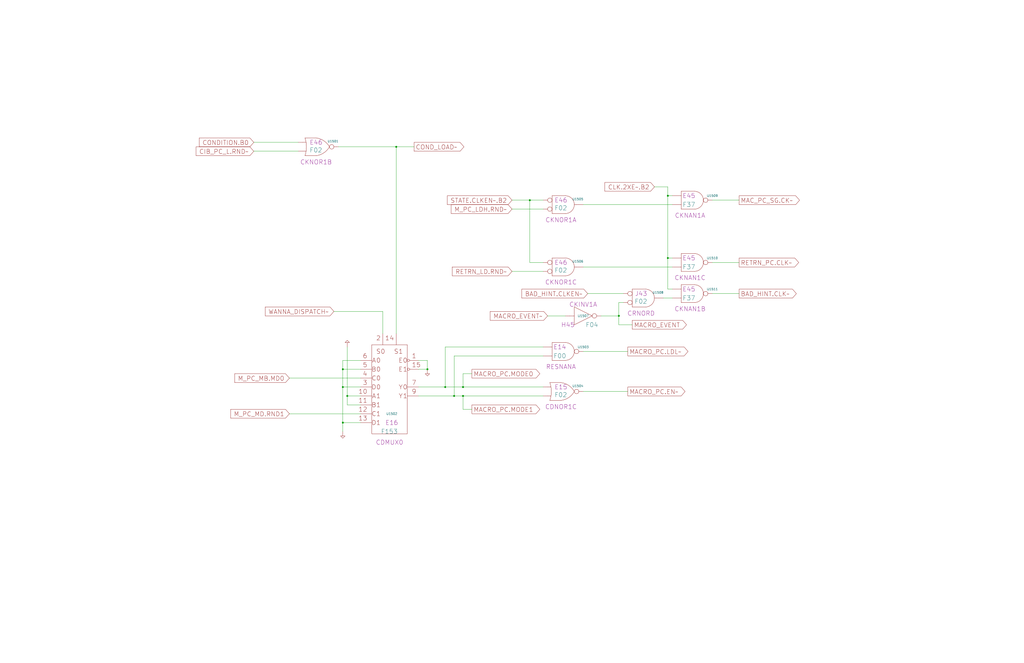
<source format=kicad_sch>
(kicad_sch (version 20211123) (generator eeschema)
  (paper "User" 584.2 378.46)
  (title_block (title "CODE REGISTER CONTROL") (date "22-MAY-90") (rev "1.0") (comment 1 "SEQUENCER") (comment 2 "232-003064") (comment 3 "S400") (comment 4 "RELEASED"))
  (lib_symbols
    (symbol "r1000:F00" (pin_numbers hide) (pin_names hide)
      (property "Reference" "U" (at 15.24 0 0))
      (property "Value" "F00" (at 1.905 -5.08 0))
      (property "Location" "___" (at 1.905 0 0))
      (property "Name" "______" (at 2.54 -12.7 0))
      (symbol "F00_0_1"
        (polyline (pts (xy -2.54 -7.62) (xy 5.08 -7.62)) (stroke (width 0.1524)))
        (polyline (pts (xy -2.54 2.54) (xy -2.54 -7.62)) (stroke (width 0.1524)))
        (polyline (pts (xy -2.54 2.54) (xy 5.08 2.54)) (stroke (width 0.1524)))
        (arc (start 5.08 -7.62) (mid 10.1282 -2.54) (end 5.08 2.54) (stroke (width 0.1524)))
        (circle (center 11.43 -2.54) (radius 1.27) (stroke (width 0.1524)))
      )
      (symbol "F00_0_2"
        (circle (center -3.81 -5.08) (radius 1.27) (stroke (width 0.1524)))
        (circle (center -3.81 0) (radius 1.27) (stroke (width 0.1524)))
        (arc (start -3.175 -7.62) (mid -2.134 -2.54) (end -3.175 2.54) (stroke (width 0.1524)))
        (polyline (pts (xy -3.175 -7.62) (xy 3.81 -7.62)) (stroke (width 0.1524)))
        (polyline (pts (xy -3.175 2.54) (xy 3.81 2.54)) (stroke (width 0.1524)))
        (arc (start 3.81 -7.62) (mid 7.5855 -5.8306) (end 10.16 -2.54) (stroke (width 0.1524)))
        (arc (start 10.16 -2.54) (mid 7.5827 0.7471) (end 3.81 2.54) (stroke (width 0.1524)))
      )
      (symbol "F00_1_1"
        (pin input line (at -7.62 0 0) (length 5.08) (name "D0") (number "1"))
        (pin input line (at -7.62 -5.08 0) (length 5.08) (name "D1") (number "2"))
        (pin output line (at 15.24 -2.54 180) (length 2.54) (name "Q") (number "3"))
      )
      (symbol "F00_1_2"
        (pin input line (at -7.62 0 0) (length 2.54) (name "D0") (number "1"))
        (pin input line (at -7.62 -5.08 0) (length 2.54) (name "D1") (number "2"))
        (pin output line (at 15.24 -2.54 180) (length 5.08) (name "Q") (number "3"))
      )
    )
    (symbol "r1000:F02" (pin_numbers hide) (pin_names hide)
      (property "Reference" "U" (at 12.16 0.635 0))
      (property "Value" "F02" (at -1.27 -4.445 0))
      (property "Location" "___" (at 2.54 0 0))
      (property "Name" "______" (at 2.54 -12.7 0))
      (symbol "F02_0_1"
        (arc (start -3.81 -7.62) (mid -2.9847 -2.54) (end -3.81 2.54) (stroke (width 0.1524)))
        (polyline (pts (xy -5.08 -5.08) (xy -3.175 -5.08)) (stroke (width 0.1524)))
        (polyline (pts (xy -5.08 0) (xy -3.175 0)) (stroke (width 0.1524)))
        (polyline (pts (xy -3.81 -7.62) (xy 2.54 -7.62)) (stroke (width 0.1524)))
        (polyline (pts (xy -3.81 2.54) (xy 2.54 2.54)) (stroke (width 0.1524)))
        (polyline (pts (xy 13.97 -2.54) (xy 12.7 -2.54)) (stroke (width 0.1524)))
        (arc (start 2.54 -7.62) (mid 6.9515 -5.9823) (end 10.16 -2.54) (stroke (width 0.1524)))
        (arc (start 10.16 -2.54) (mid 6.9478 0.8966) (end 2.54 2.54) (stroke (width 0.1524)))
        (circle (center 11.43 -2.54) (radius 1.27) (stroke (width 0.1524)))
      )
      (symbol "F02_0_2"
        (circle (center -3.81 -5.08) (radius 1.27) (stroke (width 0.1524)))
        (circle (center -3.81 0) (radius 1.27) (stroke (width 0.1524)))
        (polyline (pts (xy -2.54 -7.62) (xy 5.08 -7.62)) (stroke (width 0.1524)))
        (polyline (pts (xy -2.54 2.54) (xy -2.54 -7.62)) (stroke (width 0.1524)))
        (polyline (pts (xy -2.54 2.54) (xy 5.08 2.54)) (stroke (width 0.1524)))
        (polyline (pts (xy 11.43 -2.54) (xy 10.16 -2.54)) (stroke (width 0.1524)))
        (polyline (pts (xy 11.43 -2.54) (xy 12.7 -2.54)) (stroke (width 0.1524)))
        (arc (start 5.08 -7.62) (mid 10.1282 -2.54) (end 5.08 2.54) (stroke (width 0.1524)))
      )
      (symbol "F02_1_1"
        (pin input line (at -7.62 0 0) (length 2.54) (name "D0") (number "1"))
        (pin input line (at -7.62 -5.08 0) (length 2.54) (name "D1") (number "2"))
        (pin output line (at 15.24 -2.54 180) (length 1.27) (name "Q") (number "3"))
      )
      (symbol "F02_1_2"
        (pin input line (at -7.62 0 0) (length 2.54) (name "D0") (number "1"))
        (pin input line (at -7.62 -5.08 0) (length 2.54) (name "D1") (number "2"))
        (pin output line (at 15.24 -2.54 180) (length 2.54) (name "Q") (number "3"))
      )
    )
    (symbol "r1000:F04" (pin_numbers hide) (pin_names hide)
      (property "Reference" "U" (at 0 0 0))
      (property "Value" "F04" (at 1.27 -5.08 0))
      (property "Location" "___" (at -12.7 -5.08 0))
      (property "Name" "______" (at 0 5.08 0))
      (symbol "F04_0_1"
        (polyline (pts (xy -7.62 0) (xy -5.08 0)) (stroke (width 0.1524)))
        (polyline (pts (xy -5.08 5.08) (xy -5.08 -5.08)) (stroke (width 0.1524)))
        (polyline (pts (xy 5.08 0) (xy -5.08 -5.08)) (stroke (width 0.1524)))
        (polyline (pts (xy 5.08 0) (xy -5.08 5.08)) (stroke (width 0.1524)))
        (circle (center 6.35 0) (radius 1.27) (stroke (width 0.1524)))
      )
      (symbol "F04_1_1"
        (pin input line (at -10.16 0 0) (length 2.54) (name "D") (number "1"))
        (pin output line (at 10.16 0 180) (length 2.54) (name "Q") (number "2"))
      )
    )
    (symbol "r1000:F153" (pin_numbers hide) (pin_names (offset 1.016) hide)
      (property "Reference" "U" (at 2.54 5.08 0))
      (property "Value" "F153" (at -3.81 -5.08 0))
      (property "Location" "___" (at -1.27 0 0))
      (property "Name" "______" (at 1.27 -12.7 0))
      (symbol "F153_1_1"
        (rectangle (start -8.89 44.45) (end 11.43 -6.35))
        (circle (center 12.065 30.48) (radius 0.635))
        (circle (center 12.065 35.56) (radius 0.635))
        (text "0" (at -12.7 17.78 0) (effects (font (size 2.54 2.54))))
        (text "0" (at -5.08 20.32 0) (effects (font (size 2.54 2.54))))
        (text "0" (at -5.08 25.4 0) (effects (font (size 2.54 2.54))))
        (text "0" (at -5.08 30.48 0) (effects (font (size 2.54 2.54))))
        (text "0" (at -5.08 35.56 0) (effects (font (size 2.54 2.54))))
        (text "0" (at -2.54 40.64 0) (effects (font (size 2.54 2.54))))
        (text "0" (at 10.16 20.32 0) (effects (font (size 2.54 2.54))))
        (text "0" (at 10.16 35.56 0) (effects (font (size 2.54 2.54))))
        (text "1" (at -15.24 2.54 0) (effects (font (size 2.54 2.54))))
        (text "1" (at -15.24 7.62 0) (effects (font (size 2.54 2.54))))
        (text "1" (at -15.24 12.7 0) (effects (font (size 2.54 2.54))))
        (text "1" (at -15.24 17.78 0) (effects (font (size 2.54 2.54))))
        (text "1" (at -12.7 12.7 0) (effects (font (size 2.54 2.54))))
        (text "1" (at -5.08 0 0) (effects (font (size 2.54 2.54))))
        (text "1" (at -5.08 5.08 0) (effects (font (size 2.54 2.54))))
        (text "1" (at -5.08 10.16 0) (effects (font (size 2.54 2.54))))
        (text "1" (at -5.08 15.24 0) (effects (font (size 2.54 2.54))))
        (text "1" (at 0 48.26 0) (effects (font (size 2.54 2.54))))
        (text "1" (at 7.62 40.64 0) (effects (font (size 2.54 2.54))))
        (text "1" (at 10.16 15.24 0) (effects (font (size 2.54 2.54))))
        (text "1" (at 10.16 30.48 0) (effects (font (size 2.54 2.54))))
        (text "1" (at 15.24 33.02 0) (effects (font (size 2.54 2.54))))
        (text "1" (at 15.24 38.1 0) (effects (font (size 2.54 2.54))))
        (text "2" (at -12.7 7.62 0) (effects (font (size 2.54 2.54))))
        (text "2" (at -5.08 48.26 0) (effects (font (size 2.54 2.54))))
        (text "3" (at -12.7 2.54 0) (effects (font (size 2.54 2.54))))
        (text "3" (at -12.7 22.86 0) (effects (font (size 2.54 2.54))))
        (text "4" (at -12.7 27.94 0) (effects (font (size 2.54 2.54))))
        (text "4" (at 2.54 48.26 0) (effects (font (size 2.54 2.54))))
        (text "5" (at -12.7 33.02 0) (effects (font (size 2.54 2.54))))
        (text "5" (at 17.78 33.02 0) (effects (font (size 2.54 2.54))))
        (text "6" (at -12.7 38.1 0) (effects (font (size 2.54 2.54))))
        (text "7" (at 15.24 22.86 0) (effects (font (size 2.54 2.54))))
        (text "9" (at 15.24 17.78 0) (effects (font (size 2.54 2.54))))
        (text "A" (at -7.62 15.24 0) (effects (font (size 2.54 2.54))))
        (text "A" (at -7.62 35.56 0) (effects (font (size 2.54 2.54))))
        (text "B" (at -7.62 10.16 0) (effects (font (size 2.54 2.54))))
        (text "B" (at -7.62 30.48 0) (effects (font (size 2.54 2.54))))
        (text "C" (at -7.62 5.08 0) (effects (font (size 2.54 2.54))))
        (text "C" (at -7.62 25.4 0) (effects (font (size 2.54 2.54))))
        (text "D" (at -7.62 0 0) (effects (font (size 2.54 2.54))))
        (text "D" (at -7.62 20.32 0) (effects (font (size 2.54 2.54))))
        (text "E" (at 7.62 30.48 0) (effects (font (size 2.54 2.54))))
        (text "E" (at 7.62 35.56 0) (effects (font (size 2.54 2.54))))
        (text "S" (at -5.08 40.64 0) (effects (font (size 2.54 2.54))))
        (text "S" (at 5.08 40.64 0) (effects (font (size 2.54 2.54))))
        (text "Y" (at 7.62 15.24 0) (effects (font (size 2.54 2.54))))
        (text "Y" (at 7.62 20.32 0) (effects (font (size 2.54 2.54))))
        (pin input line (at 17.78 35.56 180) (length 5.08) (name "E0_") (number "1"))
        (pin input line (at -15.24 15.24 0) (length 6.35) (name "A1") (number "10"))
        (pin input line (at -15.24 10.16 0) (length 6.35) (name "B1") (number "11"))
        (pin input line (at -15.24 5.08 0) (length 6.35) (name "C1") (number "12"))
        (pin input line (at -15.24 0 0) (length 6.35) (name "D1") (number "13"))
        (pin input line (at 5.08 50.8 270) (length 6.35) (name "S1") (number "14"))
        (pin input line (at 17.78 30.48 180) (length 5.08) (name "E1_") (number "15"))
        (pin input line (at -2.54 50.8 270) (length 6.35) (name "S0") (number "2"))
        (pin input line (at -15.24 20.32 0) (length 6.35) (name "D0") (number "3"))
        (pin input line (at -15.24 25.4 0) (length 6.35) (name "C0") (number "4"))
        (pin input line (at -15.24 30.48 0) (length 6.35) (name "B0") (number "5"))
        (pin input line (at -15.24 35.56 0) (length 6.35) (name "A0") (number "6"))
        (pin output line (at 17.78 20.32 180) (length 6.35) (name "Y0") (number "7"))
        (pin output line (at 17.78 15.24 180) (length 6.35) (name "Y1") (number "9"))
      )
    )
    (symbol "r1000:F37" (pin_numbers hide) (pin_names (offset 0) hide)
      (property "Reference" "U" (at 15.24 0 0))
      (property "Value" "F37" (at 1.905 -5.08 0))
      (property "Location" "___" (at 1.905 0 0))
      (property "Name" "______" (at 2.54 -12.7 0))
      (symbol "F37_0_1"
        (polyline (pts (xy -2.54 -7.62) (xy 5.08 -7.62)) (stroke (width 0.1524)))
        (polyline (pts (xy -2.54 2.54) (xy -2.54 -7.62)) (stroke (width 0.1524)))
        (polyline (pts (xy -2.54 2.54) (xy 5.08 2.54)) (stroke (width 0.1524)))
        (arc (start 5.08 -7.62) (mid 10.1282 -2.54) (end 5.08 2.54) (stroke (width 0.1524)))
        (circle (center 11.43 -2.54) (radius 1.27) (stroke (width 0.1524)))
      )
      (symbol "F37_0_2"
        (circle (center -3.81 -5.08) (radius 1.27) (stroke (width 0.1524)))
        (circle (center -3.81 0) (radius 1.27) (stroke (width 0.1524)))
        (arc (start -3.175 -7.62) (mid -2.134 -2.54) (end -3.175 2.54) (stroke (width 0.1524)))
        (polyline (pts (xy -3.175 -7.62) (xy 3.81 -7.62)) (stroke (width 0.1524)))
        (polyline (pts (xy -3.175 2.54) (xy 3.81 2.54)) (stroke (width 0.1524)))
        (arc (start 3.81 -7.62) (mid 7.5855 -5.8306) (end 10.16 -2.54) (stroke (width 0.1524)))
        (arc (start 10.16 -2.54) (mid 7.5827 0.7471) (end 3.81 2.54) (stroke (width 0.1524)))
      )
      (symbol "F37_1_1"
        (pin input line (at -7.62 0 0) (length 5.08) (name "D0") (number "1"))
        (pin input line (at -7.62 -5.08 0) (length 5.08) (name "D1") (number "2"))
        (pin output line (at 15.24 -2.54 180) (length 2.54) (name "Q") (number "3"))
      )
      (symbol "F37_1_2"
        (pin input line (at -7.62 0 0) (length 2.54) (name "D0") (number "1"))
        (pin input line (at -7.62 -5.08 0) (length 2.54) (name "D1") (number "2"))
        (pin output line (at 15.24 -2.54 180) (length 5.08) (name "Q") (number "3"))
      )
    )
    (symbol "r1000:PD" (power) (pin_numbers hide) (pin_names hide) (in_bom no)
      (symbol "PD_0_1"
        (polyline (pts (xy 0 -2.54) (xy 1.27 -2.54) (xy 0 -3.81) (xy -1.27 -2.54) (xy 0 -2.54)) (stroke (width 0.1524)))
      )
      (symbol "PD_1_1"
        (pin power_in line (at 0 0 270) (length 2.54) (name "PD") (number "1"))
      )
    )
    (symbol "r1000:PU" (power) (pin_numbers hide) (pin_names hide)
      (symbol "PU_0_1"
        (polyline (pts (xy 0 2.54) (xy -1.27 2.54) (xy 0 3.81) (xy 1.27 2.54) (xy 0 2.54)) (stroke (width 0.1524)))
      )
      (symbol "PU_1_1"
        (pin power_in line (at 0 0 90) (length 2.54) (name "PU") (number "1"))
      )
    )
  )
  (wire (pts (xy 144.78 81.28) (xy 170.18 81.28)))
  (wire (pts (xy 144.78 86.36) (xy 170.18 86.36)))
  (wire (pts (xy 165.1 215.9) (xy 205.74 215.9)))
  (wire (pts (xy 165.1 236.22) (xy 205.74 236.22)))
  (wire (pts (xy 193.04 83.82) (xy 226.06 83.82)))
  (wire (pts (xy 195.58 205.74) (xy 195.58 210.82)))
  (wire (pts (xy 195.58 210.82) (xy 195.58 220.98)))
  (wire (pts (xy 195.58 210.82) (xy 205.74 210.82)))
  (wire (pts (xy 195.58 220.98) (xy 195.58 241.3)))
  (wire (pts (xy 195.58 220.98) (xy 205.74 220.98)))
  (wire (pts (xy 195.58 241.3) (xy 195.58 246.38)))
  (wire (pts (xy 195.58 241.3) (xy 205.74 241.3)))
  (wire (pts (xy 198.12 226.06) (xy 198.12 198.12)))
  (wire (pts (xy 198.12 226.06) (xy 205.74 226.06)))
  (wire (pts (xy 198.12 231.14) (xy 198.12 226.06)))
  (wire (pts (xy 205.74 205.74) (xy 195.58 205.74)))
  (wire (pts (xy 205.74 231.14) (xy 198.12 231.14)))
  (wire (pts (xy 218.44 177.8) (xy 190.5 177.8)))
  (wire (pts (xy 218.44 190.5) (xy 218.44 177.8)))
  (wire (pts (xy 226.06 83.82) (xy 226.06 190.5)))
  (wire (pts (xy 226.06 83.82) (xy 236.22 83.82)))
  (wire (pts (xy 238.76 205.74) (xy 243.84 205.74)))
  (wire (pts (xy 238.76 210.82) (xy 243.84 210.82)))
  (wire (pts (xy 238.76 220.98) (xy 254 220.98)))
  (wire (pts (xy 238.76 226.06) (xy 259.08 226.06)))
  (wire (pts (xy 243.84 205.74) (xy 243.84 210.82)))
  (wire (pts (xy 254 198.12) (xy 309.88 198.12)))
  (wire (pts (xy 254 220.98) (xy 254 198.12)))
  (wire (pts (xy 254 220.98) (xy 264.16 220.98)))
  (wire (pts (xy 259.08 203.2) (xy 309.88 203.2)))
  (wire (pts (xy 259.08 226.06) (xy 259.08 203.2)))
  (wire (pts (xy 259.08 226.06) (xy 264.16 226.06)))
  (wire (pts (xy 264.16 213.36) (xy 264.16 220.98)))
  (wire (pts (xy 264.16 220.98) (xy 309.88 220.98)))
  (wire (pts (xy 264.16 226.06) (xy 309.88 226.06)))
  (wire (pts (xy 264.16 233.68) (xy 264.16 226.06)))
  (wire (pts (xy 269.24 213.36) (xy 264.16 213.36)))
  (wire (pts (xy 269.24 233.68) (xy 264.16 233.68)))
  (wire (pts (xy 292.1 114.3) (xy 302.26 114.3)))
  (wire (pts (xy 292.1 119.38) (xy 309.88 119.38)))
  (wire (pts (xy 292.1 154.94) (xy 309.88 154.94)))
  (wire (pts (xy 302.26 114.3) (xy 309.88 114.3)))
  (wire (pts (xy 302.26 149.86) (xy 302.26 114.3)))
  (wire (pts (xy 309.88 149.86) (xy 302.26 149.86)))
  (wire (pts (xy 312.42 180.34) (xy 322.58 180.34)))
  (wire (pts (xy 332.74 116.84) (xy 383.54 116.84)))
  (wire (pts (xy 332.74 152.4) (xy 383.54 152.4)))
  (wire (pts (xy 332.74 200.66) (xy 358.14 200.66)))
  (wire (pts (xy 332.74 223.52) (xy 358.14 223.52)))
  (wire (pts (xy 335.28 167.64) (xy 355.6 167.64)))
  (wire (pts (xy 342.9 180.34) (xy 353.06 180.34)))
  (wire (pts (xy 353.06 172.72) (xy 355.6 172.72)))
  (wire (pts (xy 353.06 180.34) (xy 353.06 172.72)))
  (wire (pts (xy 353.06 185.42) (xy 353.06 180.34)))
  (wire (pts (xy 360.68 185.42) (xy 353.06 185.42)))
  (wire (pts (xy 373.38 106.68) (xy 381 106.68)))
  (wire (pts (xy 378.46 170.18) (xy 383.54 170.18)))
  (wire (pts (xy 381 111.76) (xy 381 106.68)))
  (wire (pts (xy 381 111.76) (xy 381 147.32)))
  (wire (pts (xy 381 147.32) (xy 383.54 147.32)))
  (wire (pts (xy 381 165.1) (xy 381 147.32)))
  (wire (pts (xy 383.54 111.76) (xy 381 111.76)))
  (wire (pts (xy 383.54 165.1) (xy 381 165.1)))
  (wire (pts (xy 406.4 114.3) (xy 421.64 114.3)))
  (wire (pts (xy 406.4 149.86) (xy 421.64 149.86)))
  (wire (pts (xy 406.4 167.64) (xy 421.64 167.64)))
  (global_label "CONDITION.B0" (shape input) (at 144.78 81.28 180) (effects (font (size 2.54 2.54))) (property "Intersheet References" "${INTERSHEET_REFS}" (at 113.7073 81.1213 0) (effects (font (size 2.54 2.54)) (justify right))))
  (global_label "CIB_PC_L.RND~" (shape input) (at 144.78 86.36 180) (effects (font (size 2.54 2.54))) (property "Intersheet References" "${INTERSHEET_REFS}" (at 111.893 86.2013 0) (effects (font (size 2.54 2.54)) (justify right))))
  (global_label "M_PC_MB.MD0" (shape input) (at 165.1 215.9 180) (effects (font (size 2.54 2.54))) (property "Intersheet References" "${INTERSHEET_REFS}" (at 133.9064 215.7413 0) (effects (font (size 2.54 2.54)) (justify right))))
  (global_label "M_PC_MD.RND1" (shape input) (at 165.1 236.22 180) (effects (font (size 2.54 2.54))) (property "Intersheet References" "${INTERSHEET_REFS}" (at 131.6083 236.0613 0) (effects (font (size 2.54 2.54)) (justify right))))
  (symbol (lib_id "r1000:F02") (at 177.8 81.28 0) (unit 1)
    (property "Reference" "U1501" (at 189.96 80.645 0))
    (property "Value" "F02" (at 176.53 85.725 0) (effects (font (size 2.54 2.54)) (justify left)))
    (property "Location" "E46" (at 180.34 81.28 0) (effects (font (size 2.54 2.54))))
    (property "Name" "CKNOR1B" (at 180.34 93.98 0) (effects (font (size 2.54 2.54)) (justify bottom)))
  )
  (global_label "WANNA_DISPATCH~" (shape input) (at 190.5 177.8 180) (effects (font (size 2.54 2.54))) (property "Intersheet References" "${INTERSHEET_REFS}" (at 151.3235 177.6413 0) (effects (font (size 2.54 2.54)) (justify right))))
  (junction (at 195.58 210.82))
  (junction (at 195.58 220.98))
  (junction (at 195.58 241.3))
  (symbol (lib_id "r1000:PD") (at 195.58 246.38 0) (unit 1) (in_bom no)
    (property "Reference" "#PWR01501" (effects hide))
    (property "Value" "PD" (effects hide))
  )
  (symbol (lib_id "r1000:PU") (at 198.12 198.12 0) (unit 1)
    (property "Reference" "#PWR01502" (effects hide))
    (property "Value" "PU" (effects hide))
  )
  (junction (at 198.12 226.06))
  (symbol (lib_id "r1000:F153") (at 220.98 241.3 0) (unit 1)
    (property "Reference" "U1502" (at 223.52 236.22 0))
    (property "Value" "F153" (at 217.17 246.38 0) (effects (font (size 2.54 2.54)) (justify left)))
    (property "Location" "E16" (at 219.71 241.3 0) (effects (font (size 2.54 2.54)) (justify left)))
    (property "Name" "CDMUX0" (at 222.25 254 0) (effects (font (size 2.54 2.54)) (justify bottom)))
  )
  (junction (at 226.06 83.82))
  (global_label "COND_LOAD~" (shape output) (at 236.22 83.82 0) (effects (font (size 2.54 2.54))) (property "Intersheet References" "${INTERSHEET_REFS}" (at 264.6317 83.6613 0) (effects (font (size 2.54 2.54)) (justify left))))
  (junction (at 243.84 210.82))
  (symbol (lib_id "r1000:PD") (at 243.84 210.82 0) (unit 1) (in_bom no)
    (property "Reference" "#PWR01503" (effects hide))
    (property "Value" "PD" (effects hide))
  )
  (junction (at 254 220.98))
  (junction (at 259.08 226.06))
  (junction (at 264.16 220.98))
  (junction (at 264.16 226.06))
  (global_label "MACRO_PC.MODE0" (shape output) (at 269.24 213.36 0) (effects (font (size 2.54 2.54))) (property "Intersheet References" "${INTERSHEET_REFS}" (at 307.9327 213.2013 0) (effects (font (size 2.54 2.54)) (justify left))))
  (global_label "MACRO_PC.MODE1" (shape output) (at 269.24 233.68 0) (effects (font (size 2.54 2.54))) (property "Intersheet References" "${INTERSHEET_REFS}" (at 307.9327 233.5213 0) (effects (font (size 2.54 2.54)) (justify left))))
  (global_label "STATE.CLKEN~.B2" (shape input) (at 292.1 114.3 180) (effects (font (size 2.54 2.54))) (property "Intersheet References" "${INTERSHEET_REFS}" (at 255.2216 114.1413 0) (effects (font (size 2.54 2.54)) (justify right))))
  (global_label "M_PC_LDH.RND~" (shape input) (at 292.1 119.38 180) (effects (font (size 2.54 2.54))) (property "Intersheet References" "${INTERSHEET_REFS}" (at 257.3988 119.2213 0) (effects (font (size 2.54 2.54)) (justify right))))
  (global_label "RETRN_LD.RND~" (shape input) (at 292.1 154.94 180) (effects (font (size 2.54 2.54))) (property "Intersheet References" "${INTERSHEET_REFS}" (at 258.0035 154.7813 0) (effects (font (size 2.54 2.54)) (justify right))))
  (junction (at 302.26 114.3))
  (global_label "MACRO_EVENT~" (shape input) (at 312.42 180.34 180) (effects (font (size 2.54 2.54))) (property "Intersheet References" "${INTERSHEET_REFS}" (at 279.654 180.1813 0) (effects (font (size 2.54 2.54)) (justify right))))
  (symbol (lib_id "r1000:F02") (at 317.5 114.3 0) (unit 1) (convert 2)
    (property "Reference" "U1505" (at 329.66 113.665 0))
    (property "Value" "F02" (at 316.23 118.745 0) (effects (font (size 2.54 2.54)) (justify left)))
    (property "Location" "E46" (at 320.04 114.3 0) (effects (font (size 2.54 2.54))))
    (property "Name" "CKNOR1A" (at 320.04 127 0) (effects (font (size 2.54 2.54)) (justify bottom)))
  )
  (symbol (lib_id "r1000:F02") (at 317.5 149.86 0) (unit 1) (convert 2)
    (property "Reference" "U1506" (at 329.66 149.225 0))
    (property "Value" "F02" (at 316.23 154.305 0) (effects (font (size 2.54 2.54)) (justify left)))
    (property "Location" "E46" (at 320.04 149.86 0) (effects (font (size 2.54 2.54))))
    (property "Name" "CKNOR1C" (at 320.04 162.56 0) (effects (font (size 2.54 2.54)) (justify bottom)))
  )
  (symbol (lib_id "r1000:F00") (at 317.5 198.12 0) (unit 1)
    (property "Reference" "U1503" (at 332.74 198.12 0))
    (property "Value" "F00" (at 319.405 203.2 0) (effects (font (size 2.54 2.54))))
    (property "Location" "E14" (at 319.405 198.12 0) (effects (font (size 2.54 2.54))))
    (property "Name" "RESNANA" (at 320.04 210.82 0) (effects (font (size 2.54 2.54)) (justify bottom)))
  )
  (symbol (lib_id "r1000:F02") (at 317.5 220.98 0) (unit 1)
    (property "Reference" "U1504" (at 329.66 220.345 0))
    (property "Value" "F02" (at 316.23 225.425 0) (effects (font (size 2.54 2.54)) (justify left)))
    (property "Location" "E15" (at 320.04 220.98 0) (effects (font (size 2.54 2.54))))
    (property "Name" "CDNOR1C" (at 320.04 233.68 0) (effects (font (size 2.54 2.54)) (justify bottom)))
  )
  (symbol (lib_id "r1000:F04") (at 332.74 180.34 0) (unit 1)
    (property "Reference" "U1507" (at 332.74 180.34 0))
    (property "Value" "F04" (at 334.01 185.42 0) (effects (font (size 2.54 2.54)) (justify left)))
    (property "Location" "H45" (at 320.04 185.42 0) (effects (font (size 2.54 2.54)) (justify left)))
    (property "Name" "CKINV1A" (at 332.74 175.26 0) (effects (font (size 2.54 2.54)) (justify bottom)))
  )
  (global_label "BAD_HINT.CLKEN~" (shape input) (at 335.28 167.64 180) (effects (font (size 2.54 2.54))) (property "Intersheet References" "${INTERSHEET_REFS}" (at 297.6759 167.4813 0) (effects (font (size 2.54 2.54)) (justify right))))
  (junction (at 353.06 180.34))
  (global_label "MACRO_PC.LDL~" (shape output) (at 358.14 200.66 0) (effects (font (size 2.54 2.54))) (property "Intersheet References" "${INTERSHEET_REFS}" (at 392.4784 200.5013 0) (effects (font (size 2.54 2.54)) (justify left))))
  (global_label "MACRO_PC.EN~" (shape output) (at 358.14 223.52 0) (effects (font (size 2.54 2.54))) (property "Intersheet References" "${INTERSHEET_REFS}" (at 390.785 223.3613 0) (effects (font (size 2.54 2.54)) (justify left))))
  (global_label "MACRO_EVENT" (shape output) (at 360.68 185.42 0) (effects (font (size 2.54 2.54))) (property "Intersheet References" "${INTERSHEET_REFS}" (at 391.6317 185.2613 0) (effects (font (size 2.54 2.54)) (justify left))))
  (symbol (lib_id "r1000:F02") (at 363.22 167.64 0) (unit 1) (convert 2)
    (property "Reference" "U1508" (at 375.38 167.005 0))
    (property "Value" "F02" (at 361.95 172.085 0) (effects (font (size 2.54 2.54)) (justify left)))
    (property "Location" "J43" (at 365.76 167.64 0) (effects (font (size 2.54 2.54))))
    (property "Name" "CRNORD" (at 365.76 180.34 0) (effects (font (size 2.54 2.54)) (justify bottom)))
  )
  (global_label "CLK.2XE~.B2" (shape input) (at 373.38 106.68 180) (effects (font (size 2.54 2.54))) (property "Intersheet References" "${INTERSHEET_REFS}" (at 345.0892 106.5213 0) (effects (font (size 2.54 2.54)) (justify right))))
  (junction (at 381 111.76))
  (junction (at 381 147.32))
  (symbol (lib_id "r1000:F37") (at 391.16 111.76 0) (unit 1)
    (property "Reference" "U1509" (at 406.4 111.76 0))
    (property "Value" "F37" (at 393.065 116.84 0) (effects (font (size 2.54 2.54))))
    (property "Location" "E45" (at 393.065 111.76 0) (effects (font (size 2.54 2.54))))
    (property "Name" "CKNAN1A" (at 393.7 124.46 0) (effects (font (size 2.54 2.54)) (justify bottom)))
  )
  (symbol (lib_id "r1000:F37") (at 391.16 147.32 0) (unit 1)
    (property "Reference" "U1510" (at 406.4 147.32 0))
    (property "Value" "F37" (at 393.065 152.4 0) (effects (font (size 2.54 2.54))))
    (property "Location" "E45" (at 393.065 147.32 0) (effects (font (size 2.54 2.54))))
    (property "Name" "CKNAN1C" (at 393.7 160.02 0) (effects (font (size 2.54 2.54)) (justify bottom)))
  )
  (symbol (lib_id "r1000:F37") (at 391.16 165.1 0) (unit 1)
    (property "Reference" "U1511" (at 406.4 165.1 0))
    (property "Value" "F37" (at 393.065 170.18 0) (effects (font (size 2.54 2.54))))
    (property "Location" "E45" (at 393.065 165.1 0) (effects (font (size 2.54 2.54))))
    (property "Name" "CKNAN1B" (at 393.7 177.8 0) (effects (font (size 2.54 2.54)) (justify bottom)))
  )
  (global_label "MAC_PC_SG.CK~" (shape output) (at 421.64 114.3 0) (effects (font (size 2.54 2.54))) (property "Intersheet References" "${INTERSHEET_REFS}" (at 456.0993 114.1413 0) (effects (font (size 2.54 2.54)) (justify left))))
  (global_label "RETRN_PC.CLK~" (shape output) (at 421.64 149.86 0) (effects (font (size 2.54 2.54))) (property "Intersheet References" "${INTERSHEET_REFS}" (at 455.6155 149.7013 0) (effects (font (size 2.54 2.54)) (justify left))))
  (global_label "BAD_HINT.CLK~" (shape output) (at 421.64 167.64 0) (effects (font (size 2.54 2.54))) (property "Intersheet References" "${INTERSHEET_REFS}" (at 454.285 167.4813 0) (effects (font (size 2.54 2.54)) (justify left))))
)
</source>
